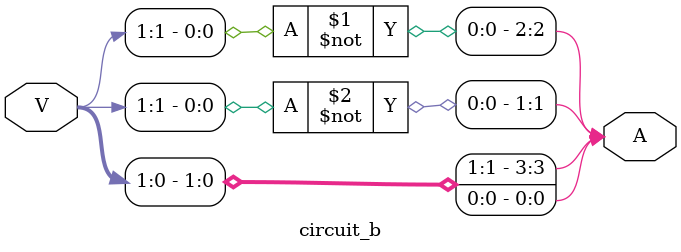
<source format=v>
module part4(SW, HEX0, HEX1, HEX3, HEX5, LEDR);
	input [8:0] SW;
	output [6:0] HEX1, HEX0, HEX3, HEX5;
	output [9:0] LEDR;
	
	wire [4:0] X, Y, S, C1, C0, A, B, M;
	wire cout, Z;
	
	assign X[4:0] = SW[3:0];
	assign Y[4:0] = SW[7:4];
	
	assign LEDR[9] = ((X[1] & X[3]) | (~X[1] & X[2] & X[3])) | ((Y[1] & Y[3]) | (~Y[1] & Y[2] & Y[3])); 
	
	adder_4bit add(X, Y, SW[8], S, cout);
	
	assign LEDR[3:0] = S;
	assign LEDR[4] = cout;

	compare_9 gen_z(S, Z);
	assign C1[0] = Z | cout;
	assign C1[3:1] = 3'b000;
	
	circuit_a gen_A(S, A);
	
	circuit_b gen_B(S, B);
	
	mux_4bit_2to1 chooseA(Z, S, A, M);
	
	mux_4bit_2to1 chooseB(cout, M, B, C0);
	
	binary_7seg d1(C1, HEX1);
	binary_7seg d0(C0, HEX0);
	
	binary_7seg d3(X, HEX3);
	binary_7seg d5(Y, HEX5);
	
endmodule

module fulladder(a, b, cin, s, cout);
	input a, b, cin;
	output s, cout;
	
	assign s = a^b^cin;
	assign cout = (a & b) | (a & cin) | (b & cin);
	
endmodule 

module adder_4bit(A, B, cin, S, cout);
	input [3:0] A, B;
	input cin;
	output [3:0] S;
	output cout;
	
	wire c1, c2, c3;
	
	fulladder u0(A[0], B[0], cin, S[0], c1);
	fulladder u1(A[1], B[1], c1, S[1], c2);
	fulladder u2(A[2], B[2], c2, S[2], c3);
	fulladder u3(A[3], B[3], c3, S[3], cout);
	
endmodule 

module binary_7seg ( C, Display);
   input [3:0] C;
   output [6:0] Display;
   assign Display[0] = (~C[3] & ~C[2] & ~C[1] & C[0]) | (C[2] & ~C[1] & ~C[0]);
   assign Display[1] = (C[2] & ~C[1] & C[0]) | (C[2] & C[1] & ~C[0]);
   assign Display[2] = ~C[2] & C[1] & ~C[0];
   assign Display[3] = (~C[2] & ~C[1] & C[0]) | (C[2] & ~C[1] & ~C[0]) | (C[2] & C[1] & C[0]);
   assign Display[4] = C[0] | (~C[1] & C[2]);
   assign Display[5] = (C[1] & C[0]) | (C[0] & ~C[2] & ~C[3]) | (C[1] & ~C[0] & ~C[2]);
   assign Display[6] = (~C[1] & ~C[2] & ~C[3]) | (C[1] & C[0] & C[2]);
endmodule // binary_7seg

module compare_9 (V,Z);
	input [3:0] V;
	output Z;
	assign Z = (V[2] & V[3]) | (V[1] & V[3]);
endmodule //compare if V is greater than 9

//4-bit wide 2 to 1 mux
module mux_4bit_2to1 (S, U, V, M);
	input [3:0] U, V;
	input S;
	output [3:0] M;
	
	assign M[0] = (~S & U[0]) | (S & V[0]);
	assign M[1] = (~S & U[1]) | (S & V[1]);
	assign M[2] = (~S & U[2]) | (S & V[2]);
	assign M[3] = (~S & U[3]) | (S & V[3]);
endmodule 

//Circuit A
module circuit_a (V, A);
	input [3:0] V;
	output [3:0] A;
	
	assign A[3] = 1'b0;
	assign A[2] = V[1] & V[2];
	assign A[1] = ~V[1];
	assign A[0] = V[0];
	
endmodule 

//Circuit B
module circuit_b (V, A);
	input [3:0] V;
	output [3:0] A;
	
	assign A[3] = V[1];
	assign A[2] = ~V[1];
	assign A[1] = ~V[1];
	assign A[0] = V[0];
	
endmodule 

</source>
